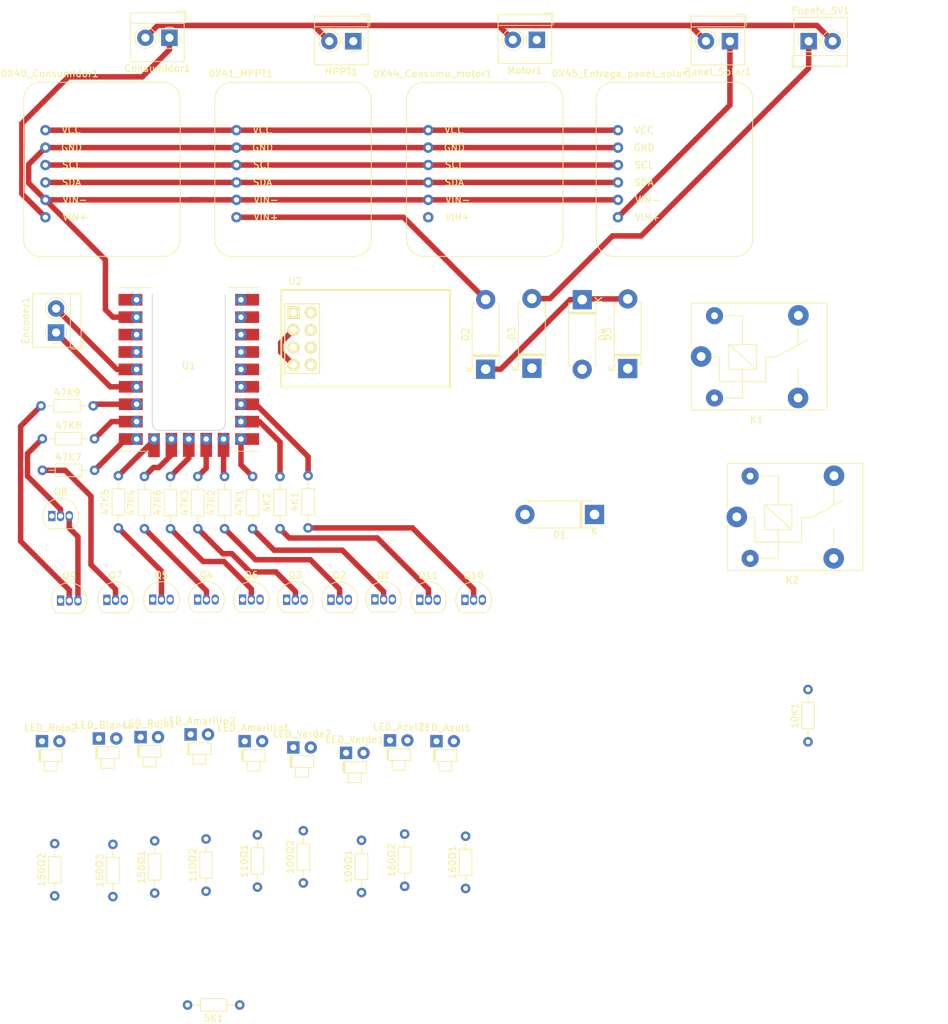
<source format=kicad_pcb>
(kicad_pcb (version 20240108) (generator "pcbnew") (generator_version "8.0")
  (layers (0 "F.Cu" signal) (31 "B.Cu" signal) (34 "B.Paste" user) (35 "F.Paste" user) (36 "B.SilkS" user "B.Silkscreen") (37 "F.SilkS" user "F.Silkscreen") (38 "B.Mask" user) (39 "F.Mask" user) (44 "Edge.Cuts" user))
  (net 0 "")
  (net 1 "RPZ_I2C_SDA")
  (net 2 "Consumidor_+")
  (net 3 "Fuente_5V")
  (net 4 "RPZ_I2C_SCL")
  (net 5 "GND_REF")
  (net 6 "MPPT_+")
  (net 7 "Panel_Solar_+")
  (net 8 "Net-(D1-K)")
  (net 9 "Motor")
  (net 10 "RELE_1_out")
  (net 12 "RELE_2_out")
  (net 14 "Net-(D3-K)")
  (net 15 "Net-(LED_Azul1-K)")
  (net 16 "Net-(Q1-B)")
  (net 17 "Net-(LED_Azul2-K)")
  (net 18 "Net-(Q2-B)")
  (net 19 "Net-(LED_Verde1-K)")
  (net 20 "Net-(Q3-B)")
  (net 21 "Net-(LED_Amarillo1-K)")
  (net 22 "Net-(Q4-B)")
  (net 23 "Net-(LED_Amarillo2-K)")
  (net 24 "Net-(Q5-B)")
  (net 25 "Net-(Q6-B)")
  (net 26 "Net-(LED_Verde2-K)")
  (net 27 "Net-(Q7-B)")
  (net 28 "Net-(LED_Rojo1-K)")
  (net 29 "Net-(LED_Blanco1-K)")
  (net 30 "Net-(Q8-B)")
  (net 31 "Net-(LED_Rojo2-K)")
  (net 32 "Net-(Q9-B)")
  (net 33 "Net-(Q10-B)")
  (net 34 "Net-(Q11-B)")
  (net 35 "RPZ_LED_6")
  (net 36 "RPZ_LED_5")
  (net 37 "RPZ_LED_8")
  (net 38 "RPZ_RELE_1")
  (net 39 "RPZ_LED_7")
  (net 40 "RPZ_LED_2")
  (net 42 "RPZ_UART1_TX")
  (net 43 "RPZ_LED_4")
  (net 45 "RPZ_RELE_2")
  (net 46 "PIN_A_Encoder")
  (net 47 "RPZ_UART1_RX")
  (net 48 "RPZ_LED_3")
  (net 50 "RPZ_LED_9")
  (net 52 "PIN_B_Encoder")
  (net 53 "RPZ_LED_1")
  (net 56 "Fuente_3.3V")
  (net 59 "Net-(LED_Verde1-A)")
  (net 60 "Net-(LED_Verde2-A)")
  (net 61 "Net-(LED_Amarillo1-A)")
  (net 62 "Net-(LED_Amarillo2-A)")
  (net 63 "Net-(LED_Rojo1-A)")
  (net 64 "Net-(LED_Rojo2-A)")
  (net 65 "Net-(LED_Azul1-A)")
  (net 66 "Net-(LED_Azul2-A)")
  (net 67 "Net-(LED_Blanco1-A)")
  (footprint "Package_TO_SOT_THT:TO-92_Inline" (layer "F.Cu") (at 144.907 118.491)
    (property "Reference" "Q10")
    (property "Value" "BC548")
  )
  (footprint "Resistor_THT:R_Axial_DIN0204_L3.6mm_D1.6mm_P7.62mm_Horizontal" (layer "F.Cu") (at 94.3 108.02 90)
    (property "Reference" "47K5")
    (property "Value" "R")
  )
  (footprint "LED_THT:LED_D1.8mm_W1.8mm_H2.4mm_Horizontal_O1.27mm_Z1.6mm" (layer "F.Cu") (at 97.55 138.525)
    (property "Reference" "LED_Rojo1")
    (property "Value" "LED")
  )
  (footprint "Diode_THT:D_5W_P10.16mm_Horizontal" (layer "F.Cu") (at 162.0266 74.7014 -90)
    (property "Reference" "D4")
    (property "Value" "D")
  )
  (footprint "Resistor_THT:R_Axial_DIN0204_L3.6mm_D1.6mm_P7.62mm_Horizontal" (layer "F.Cu") (at 109.8 108.12 90)
    (property "Reference" "47K2")
    (property "Value" "R")
  )
  (footprint "Relay_THT:Relay_SPDT_SANYOU_SRD_Series_Form_C" (layer "F.Cu") (at 184.6 106.4)
    (property "Reference" "K2")
    (property "Value" "SANYOU_SRD_Form_C")
  )
  (footprint "usini_sensors:module_ina219" (layer "F.Cu") (at 83.645 62.685)
    (property "Reference" "0X40_Consumidor1")
    (property "Value" "module_ina219")
  )
  (footprint "TerminalBlock_4Ucon:TerminalBlock_4Ucon_1x02_P3.50mm_Horizontal" (layer "F.Cu") (at 101.75 36.5 180)
    (property "Reference" "Consumidor1")
    (property "Value" "Screw_Terminal_01x02")
  )
  (footprint "Resistor_THT:R_Axial_DIN0204_L3.6mm_D1.6mm_P7.62mm_Horizontal" (layer "F.Cu") (at 121.3 159.8 90)
    (property "Reference" "100Ω2")
    (property "Value" "R")
  )
  (footprint "Resistor_THT:R_Axial_DIN0204_L3.6mm_D1.6mm_P7.62mm_Horizontal" (layer "F.Cu") (at 122 108 90)
    (property "Reference" "4K1")
    (property "Value" "R")
  )
  (footprint "Resistor_THT:R_Axial_DIN0204_L3.6mm_D1.6mm_P7.62mm_Horizontal" (layer "F.Cu") (at 83 90.2)
    (property "Reference" "47K9")
    (property "Value" "R")
  )
  (footprint "Package_TO_SOT_THT:TO-92_Inline" (layer "F.Cu") (at 131.757 118.441)
    (property "Reference" "Q1")
    (property "Value" "BC548")
  )
  (footprint "TerminalBlock_4Ucon:TerminalBlock_4Ucon_1x02_P3.50mm_Horizontal" (layer "F.Cu") (at 128.6 37 180)
    (property "Reference" "MPPT1")
    (property "Value" "Screw_Terminal_01x02")
  )
  (footprint "LED_THT:LED_D1.8mm_W1.8mm_H2.4mm_Horizontal_O1.27mm_Z1.6mm" (layer "F.Cu") (at 112.75 139.125)
    (property "Reference" "LED_Amarillo1")
    (property "Value" "LED")
  )
  (footprint "Resistor_THT:R_Axial_DIN0204_L3.6mm_D1.6mm_P7.62mm_Horizontal" (layer "F.Cu") (at 113.9 108.12 90)
    (property "Reference" "47K1")
    (property "Value" "R")
  )
  (footprint "LED_THT:LED_D1.8mm_W1.8mm_H2.4mm_Horizontal_O1.27mm_Z1.6mm" (layer "F.Cu") (at 91.45 138.725)
    (property "Reference" "LED_Blanco1")
    (property "Value" "LED")
  )
  (footprint "Package_TO_SOT_THT:TO-92_Inline" (layer "F.Cu") (at 138.307 118.491)
    (property "Reference" "Q11")
    (property "Value" "BC548")
  )
  (footprint "Resistor_THT:R_Axial_DIN0204_L3.6mm_D1.6mm_P7.62mm_Horizontal" (layer "F.Cu") (at 107.1 161 90)
    (property "Reference" "110Ω2")
    (property "Value" "R")
  )
  (footprint "Resistor_THT:R_Axial_DIN0204_L3.6mm_D1.6mm_P7.62mm_Horizontal" (layer "F.Cu") (at 195 139.2 90)
    (property "Reference" "10K1")
    (property "Value" "R")
  )
  (footprint "Resistor_THT:R_Axial_DIN0204_L3.6mm_D1.6mm_P7.62mm_Horizontal" (layer "F.Cu") (at 83.19 95)
    (property "Reference" "47K8")
    (property "Value" "R")
  )
  (footprint "Resistor_THT:R_Axial_DIN0204_L3.6mm_D1.6mm_P7.62mm_Horizontal" (layer "F.Cu") (at 129.8 161.2 90)
    (property "Reference" "100Ω1")
    (property "Value" "R")
  )
  (footprint "LED_THT:LED_D1.8mm_W1.8mm_H2.4mm_Horizontal_O1.27mm_Z1.6mm" (layer "F.Cu") (at 83.15 139.125)
    (property "Reference" "LED_Rojo2")
    (property "Value" "LED")
  )
  (footprint "Package_TO_SOT_THT:TO-92_Inline" (layer "F.Cu") (at 125.337 118.481)
    (property "Reference" "Q2")
    (property "Value" "BC548")
  )
  (footprint "Resistor_THT:R_Axial_DIN0204_L3.6mm_D1.6mm_P7.62mm_Horizontal" (layer "F.Cu") (at 136.1 160.28 90)
    (property "Reference" "160Ω2")
    (property "Value" "R")
  )
  (footprint "Resistor_THT:R_Axial_DIN0204_L3.6mm_D1.6mm_P7.62mm_Horizontal" (layer "F.Cu") (at 99.6 161.28 90)
    (property "Reference" "150Ω1")
    (property "Value" "R")
  )
  (footprint "Diode_THT:D_5W_P10.16mm_Horizontal" (layer "F.Cu") (at 147.934 84.848 90)
    (property "Reference" "D2")
    (property "Value" "D")
  )
  (footprint "Resistor_THT:R_Axial_DIN0204_L3.6mm_D1.6mm_P7.62mm_Horizontal" (layer "F.Cu") (at 114.6 160.4 90)
    (property "Reference" "110Ω1")
    (property "Value" "R")
  )
  (footprint "usini_sensors:module_ina219" (layer "F.Cu") (at 167.245 62.685)
    (property "Reference" "0X45_Entrega_panel_solar1")
    (property "Value" "module_ina219")
  )
  (footprint "LED_THT:LED_D1.8mm_W1.8mm_H2.4mm_Horizontal_O1.27mm_Z1.6mm" (layer "F.Cu") (at 104.85 138.125)
    (property "Reference" "LED_Amarillo2")
    (property "Value" "LED")
  )
  (footprint "Resistor_THT:R_Axial_DIN0204_L3.6mm_D1.6mm_P7.62mm_Horizontal" (layer "F.Cu") (at 117.9 108.12 90)
    (property "Reference" "4K2")
    (property "Value" "R")
  )
  (footprint "Package_TO_SOT_THT:TO-92_Inline" (layer "F.Cu") (at 112.442 118.456)
    (property "Reference" "Q6")
    (property "Value" "BC548")
  )
  (footprint "TerminalBlock_4Ucon:TerminalBlock_4Ucon_1x02_P3.50mm_Horizontal" (layer "F.Cu") (at 195.1 37)
    (property "Reference" "Fuente_5V1")
    (property "Value" "Screw_Terminal_01x02")
  )
  (footprint "Relay_THT:Relay_SPDT_SANYOU_SRD_Series_Form_C" (layer "F.Cu") (at 179.4 83)
    (property "Reference" "K1")
    (property "Value" "SANYOU_SRD_Form_C")
  )
  (footprint "usini_sensors:module_ina219" (layer "F.Cu") (at 111.545 62.685)
    (property "Reference" "0X41_MPPT1")
    (property "Value" "module_ina219")
  )
  (footprint "Resistor_THT:R_Axial_DIN0204_L3.6mm_D1.6mm_P7.62mm_Horizontal" (layer "F.Cu") (at 145 160.6 90)
    (property "Reference" "160Ω1")
    (property "Value" "R")
  )
  (footprint "RP2040-Zero:RP2040 Zero" (layer "F.Cu") (at 94.42 97.707)
    (property "Reference" "U1")
    (property "Value" "RP2040-Zero")
    (fp_line (start 4.826 -23.749) (end 4.826 -4.953) (stroke (width 0.12)) (layer "Edge.Cuts"))
    (fp_line (start 5.842 -3.937) (end 14.478 -3.937) (stroke (width 0.12)) (layer "Edge.Cuts"))
    (fp_line (start 15.494 -4.953) (end 15.494 -23.749) (stroke (width 0.12)) (layer "Edge.Cuts"))
    (fp_arc (start 5.842 -3.937) (mid 5.12358 -4.23458) (end 4.826 -4.953) (stroke (width 0.12)) (layer "Edge.Cuts"))
    (fp_arc (start 15.494 -4.953) (mid 15.19642 -4.23458) (end 14.478 -3.937) (stroke (width 0.12)) (layer "Edge.Cuts"))
  )
  (footprint "Resistor_THT:R_Axial_DIN0204_L3.6mm_D1.6mm_P7.62mm_Horizontal" (layer "F.Cu") (at 85 161.68 90)
    (property "Reference" "150Ω2")
    (property "Value" "R")
  )
  (footprint "LED_THT:LED_D1.8mm_W1.8mm_H2.4mm_Horizontal_O1.27mm_Z1.6mm" (layer "F.Cu") (at 119.85 140.025)
    (property "Reference" "LED_Verde2")
    (property "Value" "LED")
  )
  (footprint "Package_TO_SOT_THT:TO-92_Inline" (layer "F.Cu") (at 118.877 118.481)
    (property "Reference" "Q3")
    (property "Value" "BC548")
  )
  (footprint "usini_sensors:module_ina219" (layer "F.Cu") (at 139.545 62.685)
    (property "Reference" "0X44_Consumo_motor1")
    (property "Value" "module_ina219")
  )
  (footprint "Package_TO_SOT_THT:TO-92_Inline" (layer "F.Cu") (at 84.582 106.278)
    (property "Reference" "Q8")
    (property "Value" "BC548")
  )
  (footprint "Resistor_THT:R_Axial_DIN0204_L3.6mm_D1.6mm_P7.62mm_Horizontal" (layer "F.Cu") (at 112.02 177.6 180)
    (property "Reference" "5K1")
    (property "Value" "R")
  )
  (footprint "TerminalBlock_4Ucon:TerminalBlock_4Ucon_1x02_P3.50mm_Horizontal" (layer "F.Cu") (at 155.4 36.8 180)
    (property "Reference" "Motor1")
    (property "Value" "Screw_Terminal_01x02")
  )
  (footprint "ESP8266:ESP-01" (layer "F.Cu") (at 119.859 76.59)
    (property "Reference" "U2")
    (property "Value" "ESP-01v090")
  )
  (footprint "Resistor_THT:R_Axial_DIN0204_L3.6mm_D1.6mm_P7.62mm_Horizontal" (layer "F.Cu") (at 98.1 108.12 90)
    (property "Reference" "47K4")
    (property "Value" "R")
  )
  (footprint "Resistor_THT:R_Axial_DIN0204_L3.6mm_D1.6mm_P7.62mm_Horizontal" (layer "F.Cu") (at 93.5 161.79 90)
    (property "Reference" "160Ω3")
    (property "Value" "R")
  )
  (footprint "Diode_THT:D_5W_P10.16mm_Horizontal" (layer "F.Cu") (at 168.6814 84.7598 90)
    (property "Reference" "D5")
    (property "Value" "D")
  )
  (footprint "Resistor_THT:R_Axial_DIN0204_L3.6mm_D1.6mm_P7.62mm_Horizontal" (layer "F.Cu") (at 105.9 108.12 90)
    (property "Reference" "47K3")
    (property "Value" "R")
  )
  (footprint "Resistor_THT:R_Axial_DIN0204_L3.6mm_D1.6mm_P7.62mm_Horizontal" (layer "F.Cu") (at 101.9 108.12 90)
    (property "Reference" "47K6")
    (property "Value" "R")
  )
  (footprint "Package_TO_SOT_THT:TO-92_Inline" (layer "F.Cu") (at 92.617 118.506)
    (property "Reference" "Q7")
    (property "Value" "BC548")
  )
  (footprint "LED_THT:LED_D1.8mm_W1.8mm_H2.4mm_Horizontal_O1.27mm_Z1.6mm" (layer "F.Cu") (at 133.96 139)
    (property "Reference" "LED_Azul2")
    (property "Value" "LED")
  )
  (footprint "Package_TO_SOT_THT:TO-92_Inline" (layer "F.Cu") (at 85.852 118.597)
    (property "Reference" "Q9")
    (property "Value" "BC548")
  )
  (footprint "TerminalBlock_4Ucon:TerminalBlock_4Ucon_1x02_P3.50mm_Horizontal" (layer "F.Cu") (at 183.6 37 180)
    (property "Reference" "Panel_Solar1")
    (property "Value" "Screw_Terminal_01x02")
  )
  (footprint "LED_THT:LED_D1.8mm_W1.8mm_H2.4mm_Horizontal_O1.27mm_Z1.6mm" (layer "F.Cu") (at 140.75 139.125)
    (property "Reference" "LED_Azul1")
    (property "Value" "LED")
  )
  (footprint "Diode_THT:D_5W_P10.16mm_Horizontal" (layer "F.Cu") (at 154.686 84.709 90)
    (property "Reference" "D3")
    (property "Value" "D")
  )
  (footprint "Package_TO_SOT_THT:TO-92_Inline" (layer "F.Cu") (at 105.892 118.456)
    (property "Reference" "Q4")
    (property "Value" "BC548")
  )
  (footprint "Diode_THT:D_5W_P10.16mm_Horizontal" (layer "F.Cu") (at 163.83 106.045 180)
    (property "Reference" "D1")
    (property "Value" "D")
  )
  (footprint "Resistor_THT:R_Axial_DIN0204_L3.6mm_D1.6mm_P7.62mm_Horizontal" (layer "F.Cu") (at 83.2 99.6)
    (property "Reference" "47K7")
    (property "Value" "R")
  )
  (footprint "Package_TO_SOT_THT:TO-92_Inline" (layer "F.Cu") (at 99.317 118.456)
    (property "Reference" "Q5")
    (property "Value" "BC548")
  )
  (footprint "TerminalBlock_4Ucon:TerminalBlock_4Ucon_1x02_P3.50mm_Horizontal" (layer "F.Cu") (at 85.2 79.5 90)
    (property "Reference" "Encoder1")
    (property "Value" "Screw_Terminal_01x05")
  )
  (footprint "LED_THT:LED_D1.8mm_W1.8mm_H2.4mm_Horizontal_O1.27mm_Z1.6mm" (layer "F.Cu") (at 127.55 140.825)
    (property "Reference" "LED_Verde1")
    (property "Value" "LED")
  )
  (segment (start 139.545 57.605) (end 167.245 57.605) (width 0.8) (layer "F.Cu") (net 1))
  (segment (start 83.645 57.605) (end 111.545 57.605) (width 0.8) (layer "F.Cu") (net 1))
  (segment (start 111.545 57.605) (end 127.2 57.605) (width 0.8) (layer "F.Cu") (net 1))
  (segment (start 127.2 57.605) (end 139.545 57.605) (width 0.8) (layer "F.Cu") (net 1))
  (segment (start 101.75 38.25) (end 101.75 36.5) (width 0.8) (layer "F.Cu") (net 2))
  (segment (start 87 42.2) (end 80.199999 49.000001) (width 0.8) (layer "F.Cu") (net 2))
  (segment (start 97.8 42.2) (end 101.75 38.25) (width 0.8) (layer "F.Cu") (net 2))
  (segment (start 80.199999 49.000001) (end 80.199999 59.239999) (width 0.8) (layer "F.Cu") (net 2))
  (segment (start 97.8 42.2) (end 87 42.2) (width 0.8) (layer "F.Cu") (net 2))
  (segment (start 80.199999 59.239999) (end 83.645 62.685) (width 0.8) (layer "F.Cu") (net 2))
  (segment (start 154.686 74.549) (end 157.307159 74.549) (width 0.8) (layer "F.Cu") (net 3))
  (segment (start 167.245 49.985) (end 139.545 49.985) (width 0.8) (layer "F.Cu") (net 3))
  (segment (start 195.1 40.9422) (end 195.1 37) (width 0.8) (layer "F.Cu") (net 3))
  (segment (start 166.451159 65.405) (end 170.6372 65.405) (width 0.8) (layer "F.Cu") (net 3))
  (segment (start 170.6372 65.405) (end 195.1 40.9422) (width 0.8) (layer "F.Cu") (net 3))
  (segment (start 83.645 49.985) (end 111.545 49.985) (width 0.8) (layer "F.Cu") (net 3))
  (segment (start 139.545 49.985) (end 111.545 49.985) (width 0.8) (layer "F.Cu") (net 3))
  (segment (start 157.307159 74.549) (end 166.451159 65.405) (width 0.8) (layer "F.Cu") (net 3))
  (segment (start 83.645 55.065) (end 111.545 55.065) (width 0.8) (layer "F.Cu") (net 4))
  (segment (start 111.545 55.065) (end 139.545 55.065) (width 0.8) (layer "F.Cu") (net 4))
  (segment (start 139.545 55.065) (end 167.245 55.065) (width 0.8) (layer "F.Cu") (net 4))
  (segment (start 83.645 60.145) (end 104.8004 60.145) (width 0.8) (layer "F.Cu") (net 5))
  (segment (start 177.4 34.7) (end 177.8 34.7) (width 0.8) (layer "F.Cu") (net 5))
  (segment (start 111.545 52.525) (end 139.545 52.525) (width 0.8) (layer "F.Cu") (net 5))
  (segment (start 83.645 60.145) (end 81.2 57.7) (width 0.8) (layer "F.Cu") (net 5))
  (segment (start 122.399 76.59) (end 122.399 76.5012) (width 0.8) (layer "F.Cu") (net 5))
  (segment (start 106.0428 60.145) (end 104.8004 60.145) (width 0.8) (layer "F.Cu") (net 5))
  (segment (start 83.645 60.145) (end 92.4 68.9) (width 0.8) (layer "F.Cu") (net 5))
  (segment (start 98.25 36.5) (end 100.05 34.7) (width 0.8) (layer "F.Cu") (net 5))
  (segment (start 93.51 77.26) (end 96.96 77.26) (width 0.8) (layer "F.Cu") (net 5))
  (segment (start 88.392 109.283214) (end 88.392 118.597) (width 0.8) (layer "F.Cu") (net 5))
  (segment (start 139.545 52.525) (end 167.245 52.525) (width 0.8) (layer "F.Cu") (net 5))
  (segment (start 177.8 34.7) (end 180.1 37) (width 0.8) (layer "F.Cu") (net 5))
  (segment (start 104.8004 60.145) (end 111.545 60.145) (width 0.8) (layer "F.Cu") (net 5))
  (segment (start 87.122 108.013214) (end 88.392 109.283214) (width 0.8) (layer "F.Cu") (net 5))
  (segment (start 122.8 34.7) (end 149.8 34.7) (width 0.8) (layer "F.Cu") (net 5))
  (segment (start 139.545 60.145) (end 167.245 60.145) (width 0.8) (layer "F.Cu") (net 5))
  (segment (start 122.8 34.7) (end 125.1 37) (width 0.8) (layer "F.Cu") (net 5))
  (segment (start 100.05 34.7) (end 122.8 34.7) (width 0.8) (layer "F.Cu") (net 5))
  (segment (start 177.4 34.7) (end 196.3 34.7) (width 0.8) (layer "F.Cu") (net 5))
  (segment (start 92.4 68.9) (end 92.4 76.15) (width 0.8) (layer "F.Cu") (net 5))
  (segment (start 83.645 52.525) (end 81.2 54.97) (width 0.8) (layer "F.Cu") (net 5))
  (segment (start 111.545 52.525) (end 83.645 52.525) (width 0.8) (layer "F.Cu") (net 5))
  (segment (start 81.2 54.97) (end 81.2 57.7) (width 0.8) (layer "F.Cu") (net 5))
  (segment (start 149.8 34.7) (end 151.9 36.8) (width 0.8) (layer "F.Cu") (net 5))
  (segment (start 149.8 34.7) (end 177.4 34.7) (width 0.8) (layer "F.Cu") (net 5))
  (segment (start 111.545 60.145) (end 139.545 60.145) (width 0.8) (layer "F.Cu") (net 5))
  (segment (start 92.4 76.15) (end 93.51 77.26) (width 0.8) (layer "F.Cu") (net 5))
  (segment (start 87.122 106.278) (end 87.122 108.013214) (width 0.8) (layer "F.Cu") (net 5))
  (segment (start 196.3 34.7) (end 198.6 37) (width 0.8) (layer "F.Cu") (net 5))
  (segment (start 135.931 62.685) (end 147.934 74.688) (width 0.8) (layer "F.Cu") (net 6))
  (segment (start 111.545 62.685) (end 135.931 62.685) (width 0.8) (layer "F.Cu") (net 6))
  (segment (start 183.6 37) (end 183.6 46.33) (width 0.8) (layer "F.Cu") (net 7))
  (segment (start 183.6 46.33) (end 167.245 62.685) (width 0.8) (layer "F.Cu") (net 7))
  (segment (start 150.134 84.848) (end 160.2806 74.7014) (width 0.8) (layer "F.Cu") (net 10))
  (segment (start 160.2806 74.7014) (end 162.0266 74.7014) (width 0.8) (layer "F.Cu") (net 10))
  (segment (start 147.934 84.848) (end 150.134 84.848) (width 0.8) (layer "F.Cu") (net 10))
  (segment (start 168.6814 74.5998) (end 162.1282 74.5998) (width 0.8) (layer "F.Cu") (net 10))
  (segment (start 162.1282 74.5998) (end 162.0266 74.7014) (width 0.8) (layer "F.Cu") (net 10))
  (segment (start 133.027 117.279) (end 133.027 118.441) (width 0.8) (layer "F.Cu") (net 16))
  (segment (start 113.9 108.12) (end 117.032 111.252) (width 0.8) (layer "F.Cu") (net 16))
  (segment (start 127 111.252) (end 133.027 117.279) (width 0.8) (layer "F.Cu") (net 16))
  (segment (start 117.032 111.252) (end 127 111.252) (width 0.8) (layer "F.Cu") (net 16))
  (segment (start 114.329 112.649) (end 122.325 112.649) (width 0.8) (layer "F.Cu") (net 18))
  (segment (start 122.325 112.649) (end 126.607 116.931) (width 0.8) (layer "F.Cu") (net 18))
  (segment (start 126.607 116.931) (end 126.607 118.481) (width 0.8) (layer "F.Cu") (net 18))
  (segment (start 109.8 108.12) (end 114.329 112.649) (width 0.8) (layer "F.Cu") (net 18))
  (segment (start 110.871 111.76) (end 109.54 111.76) (width 0.8) (layer "F.Cu") (net 20))
  (segment (start 117.298 114.427) (end 113.538 114.427) (width 0.8) (layer "F.Cu") (net 20))
  (segment (start 120.147 118.481) (end 120.147 117.276) (width 0.8) (layer "F.Cu") (net 20))
  (segment (start 109.54 111.76) (end 105.9 108.12) (width 0.8) (layer "F.Cu") (net 20))
  (segment (start 113.538 114.427) (end 110.871 111.76) (width 0.8) (layer "F.Cu") (net 20))
  (segment (start 120.147 117.276) (end 117.298 114.427) (width 0.8) (layer "F.Cu") (net 20))
  (segment (start 107.162 117.182) (end 107.162 118.456) (width 0.8) (layer "F.Cu") (net 22))
  (segment (start 98.1 108.12) (end 107.162 117.182) (width 0.8) (layer "F.Cu") (net 22))
  (segment (start 100.587 114.307) (end 100.587 118.456) (width 0.8) (layer "F.Cu") (net 24))
  (segment (start 94.3 108.02) (end 100.587 114.307) (width 0.8) (layer "F.Cu") (net 24))
  (segment (start 106.683 112.903) (end 109.709 112.903) (width 0.8) (layer "F.Cu") (net 25))
  (segment (start 109.709 112.903) (end 113.712 116.906) (width 0.8) (layer "F.Cu") (net 25))
  (segment (start 101.9 108.12) (end 106.683 112.903) (width 0.8) (layer "F.Cu") (net 25))
  (segment (start 113.712 116.906) (end 113.712 118.456) (width 0.8) (layer "F.Cu") (net 25))
  (segment (start 93.887 116.956) (end 90.297 113.366) (width 0.8) (layer "F.Cu") (net 27))
  (segment (start 86.519 99.6) (end 90.297 103.378) (width 0.8) (layer "F.Cu") (net 27))
  (segment (start 90.297 113.366) (end 90.297 103.378) (width 0.8) (layer "F.Cu") (net 27))
  (segment (start 93.887 118.506) (end 93.887 116.956) (width 0.8) (layer "F.Cu") (net 27))
  (segment (start 83.2 99.6) (end 86.519 99.6) (width 0.8) (layer "F.Cu") (net 27))
  (segment (start 85.852 105.283) (end 85.852 106.278) (width 0.8) (layer "F.Cu") (net 30))
  (segment (start 81.026 100.457) (end 85.852 105.283) (width 0.8) (layer "F.Cu") (net 30))
  (segment (start 83.19 95) (end 81.026 97.164) (width 0.8) (layer "F.Cu") (net 30))
  (segment (start 81.026 97.164) (end 81.026 100.457) (width 0.8) (layer "F.Cu") (net 30))
  (segment (start 80.026 93.174) (end 80.026 109.951) (width 0.8) (layer "F.Cu") (net 32))
  (segment (start 80.026 109.951) (end 87.122 117.047) (width 0.8) (layer "F.Cu") (net 32))
  (segment (start 87.122 117.047) (end 87.122 118.597) (width 0.8) (layer "F.Cu") (net 32))
  (segment (start 83 90.2) (end 80.026 93.174) (width 0.8) (layer "F.Cu") (net 32))
  (segment (start 122 108) (end 137.236 108) (width 0.8) (layer "F.Cu") (net 33))
  (segment (start 137.236 108) (end 146.177 116.941) (width 0.8) (layer "F.Cu") (net 33))
  (segment (start 146.177 116.941) (end 146.177 118.491) (width 0.8) (layer "F.Cu") (net 33))
  (segment (start 139.577 116.941) (end 139.577 118.491) (width 0.8) (layer "F.Cu") (net 34))
  (segment (start 117.9 108.12) (end 119.254 109.474) (width 0.8) (layer "F.Cu") (net 34))
  (segment (start 132.11 109.474) (end 139.577 116.941) (width 0.8) (layer "F.Cu") (net 34))
  (segment (start 119.254 109.474) (end 132.11 109.474) (width 0.8) (layer "F.Cu") (net 34))
  (segment (start 98.76 95.94) (end 94.3 100.4) (width 0.8) (layer "F.Cu") (net 35))
  (segment (start 99.5 95.94) (end 98.76 95.94) (width 0.8) (layer "F.Cu") (net 35))
  (segment (start 102.04 97.36) (end 100.2 99.2) (width 0.8) (layer "F.Cu") (net 36))
  (segment (start 99.4 99.2) (end 98.1 100.5) (width 0.8) (layer "F.Cu") (net 36))
  (segment (start 100.2 99.2) (end 99.4 99.2) (width 0.8) (layer "F.Cu") (net 36))
  (segment (start 102.04 95.89) (end 102.04 97.36) (width 0.8) (layer "F.Cu") (net 36))
  (segment (start 96.11 92.5) (end 93.31 92.5) (width 0.8) (layer "F.Cu") (net 37))
  (segment (start 93.31 92.5) (end 90.81 95) (width 0.8) (layer "F.Cu") (net 37))
  (segment (start 122 97.6) (end 122 100.38) (width 0.8) (layer "F.Cu") (net 38))
  (segment (start 114.36 89.96) (end 122 97.6) (width 0.8) (layer "F.Cu") (net 38))
  (segment (start 112.2 89.96) (end 114.36 89.96) (width 0.8) (layer "F.Cu") (net 38))
  (segment (start 95.38 95.04) (end 90.82 99.6) (width 0.8) (layer "F.Cu") (net 39))
  (segment (start 96.96 95.04) (end 95.38 95.04) (width 0.8) (layer "F.Cu") (net 39))
  (segment (start 109.66 100.36) (end 109.8 100.5) (width 0.8) (layer "F.Cu") (net 40))
  (segment (start 109.66 95.89) (end 109.66 100.36) (width 0.8) (layer "F.Cu") (net 40))
  (segment (start 104.58 95.89) (end 104.58 97.82) (width 0.8) (layer "F.Cu") (net 43))
  (segment (start 104.58 97.82) (end 101.9 100.5) (width 0.8) (layer "F.Cu") (net 43))
  (segment (start 117.9 95.5) (end 117.9 100.5) (width 0.8) (layer "F.Cu") (net 45))
  (segment (start 112.2 92.5) (end 114.9 92.5) (width 0.8) (layer "F.Cu") (net 45))
  (segment (start 114.9 92.5) (end 117.9 95.5) (width 0.8) (layer "F.Cu") (net 45))
  (segment (start 85.2 79.5) (end 93.12 87.42) (width 0.8) (layer "F.Cu") (net 46))
  (segment (start 93.12 87.42) (end 96.11 87.42) (width 0.8) (layer "F.Cu") (net 46))
  (segment (start 107.12 95.89) (end 107.12 99.28) (width 0.8) (layer "F.Cu") (net 48))
  (segment (start 107.12 99.28) (end 105.9 100.5) (width 0.8) (layer "F.Cu") (net 48))
  (segment (start 90.86 89.96) (end 90.62 90.2) (width 0.8) (layer "F.Cu") (net 50))
  (segment (start 96.11 89.96) (end 90.86 89.96) (width 0.8) (layer "F.Cu") (net 50))
  (segment (start 94.08 84.88) (end 96.06 84.88) (width 0.8) (layer "F.Cu") (net 52))
  (segment (start 85.2 76) (end 94.08 84.88) (width 0.8) (layer "F.Cu") (net 52))
  (segment (start 112.2 98.8) (end 113.9 100.5) (width 0.8) (layer "F.Cu") (net 53))
  (segment (start 112.2 95.04) (end 112.2 98.8) (width 0.8) (layer "F.Cu") (net 53))
  (segment (start 119.859 79.13) (end 118 80.989) (width 0.8) (layer "F.Cu") (net 56))
  (segment (start 118 80.989) (end 118 82.351) (width 0.8) (layer "F.Cu") (net 56))
  (segment (start 118 82.351) (end 119.859 84.21) (width 0.8) (layer "F.Cu") (net 56))
)
</source>
